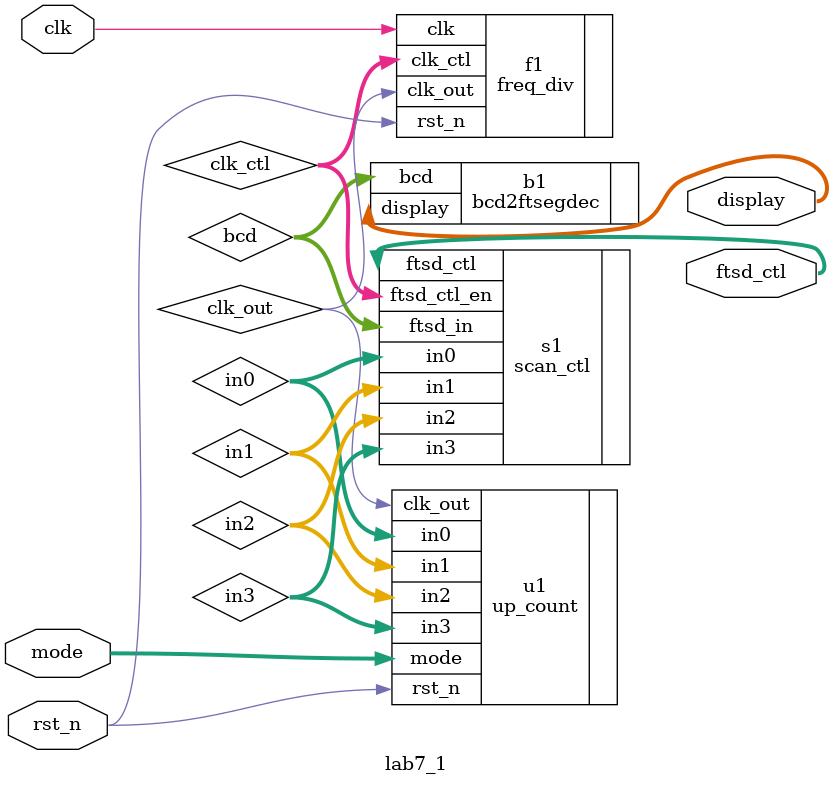
<source format=v>
`timescale 1ns / 1ps
module lab7_1(
	mode,
	clk,
	rst_n,
	display,
	ftsd_ctl
    );

input clk,rst_n;
input [1:0] mode;

output  [3:0] ftsd_ctl;
output  [14:0] display;

wire [1:0] clk_ctl;
wire clk_out;
wire [3:0] in0,in1,in2,in3,bcd;


freq_div f1(
	.clk_out(clk_out), // divided clock output  1HZ
	.clk_ctl(clk_ctl), // divided clock output for scan freq
	.clk(clk), // global clock input
	.rst_n(rst_n) // active low reset
	); 

up_count u1(
	.mode(mode),
	.clk_out(clk_out),
	.rst_n(rst_n),
	.in0(in0),
	.in1(in1),
	.in2(in2),
	.in3(in3)
    );

scan_ctl s1(
	.ftsd_ctl(ftsd_ctl), // ftsd display control signal 
	.ftsd_in(bcd), // output to ftsd display
	.in0(in0), // 1st input
	.in1(in1), // 2nd input
	.in2(in2), // 3rd input
	.in3(in3), // 4th input
	.ftsd_ctl_en(clk_ctl) // divided clock for scan control
	);

bcd2ftsegdec b1(
	.display(display), // 14-segment display output
	.bcd(bcd) // BCD input
	);
 
 
endmodule

</source>
